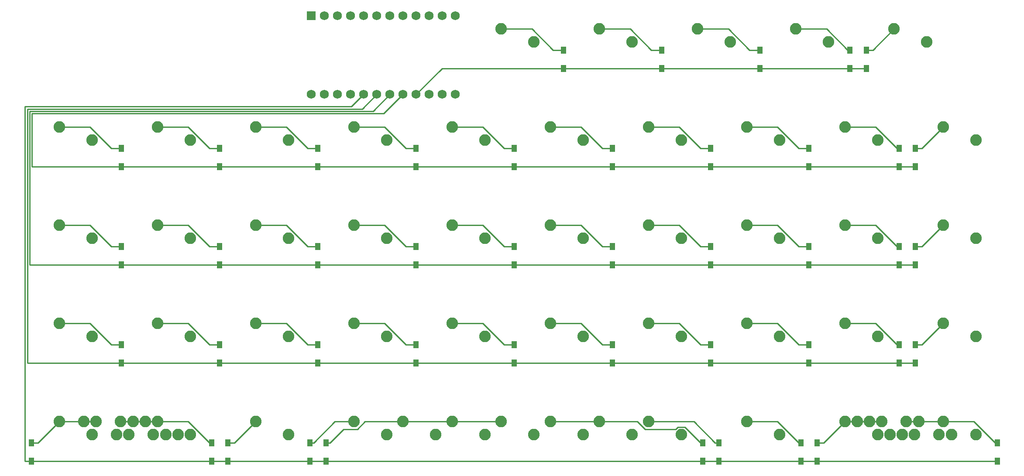
<source format=gtl>
G04 #@! TF.GenerationSoftware,KiCad,Pcbnew,(5.1.4)-1*
G04 #@! TF.CreationDate,2021-09-04T12:44:31-10:00*
G04 #@! TF.ProjectId,oya45,6f796134-352e-46b6-9963-61645f706362,rev?*
G04 #@! TF.SameCoordinates,Original*
G04 #@! TF.FileFunction,Copper,L1,Top*
G04 #@! TF.FilePolarity,Positive*
%FSLAX46Y46*%
G04 Gerber Fmt 4.6, Leading zero omitted, Abs format (unit mm)*
G04 Created by KiCad (PCBNEW (5.1.4)-1) date 2021-09-04 12:44:31*
%MOMM*%
%LPD*%
G04 APERTURE LIST*
%ADD10C,2.250000*%
%ADD11R,1.000000X1.400000*%
%ADD12R,1.752600X1.752600*%
%ADD13C,1.752600*%
%ADD14C,0.254000*%
G04 APERTURE END LIST*
D10*
X214153750Y-109220000D03*
X220503750Y-111760000D03*
X209391250Y-109220000D03*
X215741250Y-111760000D03*
X75247500Y-111760000D03*
X68897500Y-109220000D03*
X221297500Y-109220000D03*
X227647500Y-111760000D03*
X218916250Y-109220000D03*
X225266250Y-111760000D03*
X218122500Y-111760000D03*
X211772500Y-109220000D03*
X65722500Y-111760000D03*
X59372500Y-109220000D03*
X66516250Y-109220000D03*
X72866250Y-111760000D03*
X68103750Y-111760000D03*
X61753750Y-109220000D03*
X77628750Y-111760000D03*
X71278750Y-109220000D03*
X232410000Y-92710000D03*
X226060000Y-90170000D03*
X232410000Y-54610000D03*
X226060000Y-52070000D03*
X99060000Y-111760000D03*
X92710000Y-109220000D03*
X175260000Y-111760000D03*
X168910000Y-109220000D03*
X146685000Y-35560000D03*
X140335000Y-33020000D03*
D11*
X211137500Y-37118750D03*
X211137500Y-40668750D03*
X207962500Y-37118750D03*
X207962500Y-40668750D03*
X190500000Y-37118750D03*
X190500000Y-40668750D03*
X171450000Y-40668750D03*
X171450000Y-37118750D03*
X152400000Y-37118750D03*
X152400000Y-40668750D03*
X236537500Y-113318750D03*
X236537500Y-116868750D03*
X201612500Y-116868750D03*
X201612500Y-113318750D03*
X198437500Y-113318750D03*
X198437500Y-116868750D03*
X182562500Y-113318750D03*
X182562500Y-116868750D03*
X179387500Y-113318750D03*
X179387500Y-116868750D03*
X106362500Y-113318750D03*
X106362500Y-116868750D03*
X103187500Y-113318750D03*
X103187500Y-116868750D03*
X87312500Y-113318750D03*
X87312500Y-116868750D03*
X84137500Y-116868750D03*
X84137500Y-113318750D03*
X49212500Y-113318750D03*
X49212500Y-116868750D03*
X220662500Y-94268750D03*
X220662500Y-97818750D03*
X217487500Y-94268750D03*
X217487500Y-97818750D03*
X200025000Y-94268750D03*
X200025000Y-97818750D03*
X180975000Y-94268750D03*
X180975000Y-97818750D03*
X161925000Y-94268750D03*
X161925000Y-97818750D03*
X142875000Y-94268750D03*
X142875000Y-97818750D03*
X123825000Y-94268750D03*
X123825000Y-97818750D03*
X104775000Y-94268750D03*
X104775000Y-97818750D03*
X85725000Y-94268750D03*
X85725000Y-97818750D03*
X66675000Y-94268750D03*
X66675000Y-97818750D03*
X220662500Y-75218750D03*
X220662500Y-78768750D03*
X217487500Y-75218750D03*
X217487500Y-78768750D03*
X200025000Y-75218750D03*
X200025000Y-78768750D03*
X180975000Y-75218750D03*
X180975000Y-78768750D03*
X161925000Y-75218750D03*
X161925000Y-78768750D03*
X142875000Y-75218750D03*
X142875000Y-78768750D03*
X123825000Y-75218750D03*
X123825000Y-78768750D03*
X104775000Y-75218750D03*
X104775000Y-78768750D03*
X85725000Y-75218750D03*
X85725000Y-78768750D03*
X66675000Y-75218750D03*
X66675000Y-78768750D03*
X220662500Y-56168750D03*
X220662500Y-59718750D03*
X217487500Y-56168750D03*
X217487500Y-59718750D03*
X200025000Y-56168750D03*
X200025000Y-59718750D03*
X180975000Y-56168750D03*
X180975000Y-59718750D03*
X161925000Y-56168750D03*
X161925000Y-59718750D03*
X142875000Y-56168750D03*
X142875000Y-59718750D03*
X123825000Y-59718750D03*
X123825000Y-56168750D03*
X104775000Y-56168750D03*
X104775000Y-59718750D03*
X85725000Y-56168750D03*
X85725000Y-59718750D03*
X66675000Y-59718750D03*
X66675000Y-56168750D03*
D10*
X203835000Y-35560000D03*
X197485000Y-33020000D03*
X222885000Y-35560000D03*
X216535000Y-33020000D03*
D12*
X103505000Y-30480000D03*
D13*
X106045000Y-30480000D03*
X108585000Y-30480000D03*
X111125000Y-30480000D03*
X113665000Y-30480000D03*
X116205000Y-30480000D03*
X118745000Y-30480000D03*
X121285000Y-30480000D03*
X123825000Y-30480000D03*
X126365000Y-30480000D03*
X128905000Y-30480000D03*
X131445000Y-45720000D03*
X128905000Y-45720000D03*
X126365000Y-45720000D03*
X123825000Y-45720000D03*
X121285000Y-45720000D03*
X118745000Y-45720000D03*
X116205000Y-45720000D03*
X113665000Y-45720000D03*
X111125000Y-45720000D03*
X108585000Y-45720000D03*
X106045000Y-45720000D03*
X131445000Y-30480000D03*
X103505000Y-45720000D03*
D10*
X165735000Y-111760000D03*
X159385000Y-109220000D03*
X127635000Y-111760000D03*
X121285000Y-109220000D03*
X140335000Y-109220000D03*
X146685000Y-111760000D03*
X184785000Y-35560000D03*
X178435000Y-33020000D03*
X165735000Y-35560000D03*
X159385000Y-33020000D03*
X232410000Y-111760000D03*
X226060000Y-109220000D03*
X207010000Y-109220000D03*
X213360000Y-111760000D03*
X194310000Y-111760000D03*
X187960000Y-109220000D03*
X156210000Y-111760000D03*
X149860000Y-109220000D03*
X137160000Y-111760000D03*
X130810000Y-109220000D03*
X118110000Y-111760000D03*
X111760000Y-109220000D03*
X73660000Y-109220000D03*
X80010000Y-111760000D03*
X54610000Y-109220000D03*
X60960000Y-111760000D03*
X213360000Y-92710000D03*
X207010000Y-90170000D03*
X194310000Y-92710000D03*
X187960000Y-90170000D03*
X175260000Y-92710000D03*
X168910000Y-90170000D03*
X156210000Y-92710000D03*
X149860000Y-90170000D03*
X137160000Y-92710000D03*
X130810000Y-90170000D03*
X118110000Y-92710000D03*
X111760000Y-90170000D03*
X99060000Y-92710000D03*
X92710000Y-90170000D03*
X80010000Y-92710000D03*
X73660000Y-90170000D03*
X60960000Y-92710000D03*
X54610000Y-90170000D03*
X232410000Y-73660000D03*
X226060000Y-71120000D03*
X213360000Y-73660000D03*
X207010000Y-71120000D03*
X194310000Y-73660000D03*
X187960000Y-71120000D03*
X175260000Y-73660000D03*
X168910000Y-71120000D03*
X149860000Y-71120000D03*
X156210000Y-73660000D03*
X137160000Y-73660000D03*
X130810000Y-71120000D03*
X118110000Y-73660000D03*
X111760000Y-71120000D03*
X99060000Y-73660000D03*
X92710000Y-71120000D03*
X80010000Y-73660000D03*
X73660000Y-71120000D03*
X60960000Y-73660000D03*
X54610000Y-71120000D03*
X213360000Y-54610000D03*
X207010000Y-52070000D03*
X194310000Y-54610000D03*
X187960000Y-52070000D03*
X175260000Y-54610000D03*
X168910000Y-52070000D03*
X156210000Y-54610000D03*
X149860000Y-52070000D03*
X137160000Y-54610000D03*
X130810000Y-52070000D03*
X118110000Y-54610000D03*
X111760000Y-52070000D03*
X99060000Y-54610000D03*
X92710000Y-52070000D03*
X80010000Y-54610000D03*
X73660000Y-52070000D03*
X60960000Y-54610000D03*
X54610000Y-52070000D03*
D14*
X117563960Y-49441040D02*
X121285000Y-45720000D01*
X49326770Y-49441040D02*
X117563960Y-49441040D01*
X220662500Y-59718750D02*
X49326770Y-59718750D01*
X49326770Y-59718750D02*
X49326770Y-49441040D01*
X56200990Y-52070000D02*
X54610000Y-52070000D01*
X60568962Y-52070000D02*
X56200990Y-52070000D01*
X64667712Y-56168750D02*
X60568962Y-52070000D01*
X66675000Y-56168750D02*
X64667712Y-56168750D01*
X75250990Y-52070000D02*
X73660000Y-52070000D01*
X79618962Y-52070000D02*
X75250990Y-52070000D01*
X83717712Y-56168750D02*
X79618962Y-52070000D01*
X85725000Y-56168750D02*
X83717712Y-56168750D01*
X94300990Y-52070000D02*
X92710000Y-52070000D01*
X98668962Y-52070000D02*
X94300990Y-52070000D01*
X102767712Y-56168750D02*
X98668962Y-52070000D01*
X104775000Y-56168750D02*
X102767712Y-56168750D01*
X113350990Y-52070000D02*
X111760000Y-52070000D01*
X117718962Y-52070000D02*
X113350990Y-52070000D01*
X121817712Y-56168750D02*
X117718962Y-52070000D01*
X123825000Y-56168750D02*
X121817712Y-56168750D01*
X132400990Y-52070000D02*
X130810000Y-52070000D01*
X136768962Y-52070000D02*
X132400990Y-52070000D01*
X140867712Y-56168750D02*
X136768962Y-52070000D01*
X142875000Y-56168750D02*
X140867712Y-56168750D01*
X151450990Y-52070000D02*
X149860000Y-52070000D01*
X155818962Y-52070000D02*
X151450990Y-52070000D01*
X159917712Y-56168750D02*
X155818962Y-52070000D01*
X161925000Y-56168750D02*
X159917712Y-56168750D01*
X170500990Y-52070000D02*
X168910000Y-52070000D01*
X174868962Y-52070000D02*
X170500990Y-52070000D01*
X178967712Y-56168750D02*
X174868962Y-52070000D01*
X180975000Y-56168750D02*
X178967712Y-56168750D01*
X189550990Y-52070000D02*
X187960000Y-52070000D01*
X193918962Y-52070000D02*
X189550990Y-52070000D01*
X198017712Y-56168750D02*
X193918962Y-52070000D01*
X200025000Y-56168750D02*
X198017712Y-56168750D01*
X212968962Y-52070000D02*
X207010000Y-52070000D01*
X217487500Y-56168750D02*
X217067712Y-56168750D01*
X217067712Y-56168750D02*
X212968962Y-52070000D01*
X221961250Y-56168750D02*
X220662500Y-56168750D01*
X226060000Y-52070000D02*
X221961250Y-56168750D01*
X115477970Y-48987030D02*
X118745000Y-45720000D01*
X48872760Y-48987030D02*
X115477970Y-48987030D01*
X220662500Y-78768750D02*
X48872760Y-78768750D01*
X48872760Y-78768750D02*
X48872760Y-48987030D01*
X56200990Y-71120000D02*
X54610000Y-71120000D01*
X60568962Y-71120000D02*
X56200990Y-71120000D01*
X64667712Y-75218750D02*
X60568962Y-71120000D01*
X66675000Y-75218750D02*
X64667712Y-75218750D01*
X75250990Y-71120000D02*
X73660000Y-71120000D01*
X79618962Y-71120000D02*
X75250990Y-71120000D01*
X83717712Y-75218750D02*
X79618962Y-71120000D01*
X85725000Y-75218750D02*
X83717712Y-75218750D01*
X94300990Y-71120000D02*
X92710000Y-71120000D01*
X98668962Y-71120000D02*
X94300990Y-71120000D01*
X102767712Y-75218750D02*
X98668962Y-71120000D01*
X104775000Y-75218750D02*
X102767712Y-75218750D01*
X113350990Y-71120000D02*
X111760000Y-71120000D01*
X117718962Y-71120000D02*
X113350990Y-71120000D01*
X121817712Y-75218750D02*
X117718962Y-71120000D01*
X123825000Y-75218750D02*
X121817712Y-75218750D01*
X132400990Y-71120000D02*
X130810000Y-71120000D01*
X136768962Y-71120000D02*
X132400990Y-71120000D01*
X140867712Y-75218750D02*
X136768962Y-71120000D01*
X142875000Y-75218750D02*
X140867712Y-75218750D01*
X151450990Y-71120000D02*
X149860000Y-71120000D01*
X155818962Y-71120000D02*
X151450990Y-71120000D01*
X159917712Y-75218750D02*
X155818962Y-71120000D01*
X161925000Y-75218750D02*
X159917712Y-75218750D01*
X170500990Y-71120000D02*
X168910000Y-71120000D01*
X174868962Y-71120000D02*
X170500990Y-71120000D01*
X178967712Y-75218750D02*
X174868962Y-71120000D01*
X180975000Y-75218750D02*
X178967712Y-75218750D01*
X189550990Y-71120000D02*
X187960000Y-71120000D01*
X193918962Y-71120000D02*
X189550990Y-71120000D01*
X198017712Y-75218750D02*
X193918962Y-71120000D01*
X200025000Y-75218750D02*
X198017712Y-75218750D01*
X212968962Y-71120000D02*
X207010000Y-71120000D01*
X217487500Y-75218750D02*
X217067712Y-75218750D01*
X217067712Y-75218750D02*
X212968962Y-71120000D01*
X221961250Y-75218750D02*
X220662500Y-75218750D01*
X226060000Y-71120000D02*
X221961250Y-75218750D01*
X113391980Y-48533020D02*
X116205000Y-45720000D01*
X220662500Y-97818750D02*
X48418750Y-97818750D01*
X48418750Y-48533020D02*
X113391980Y-48533020D01*
X48418750Y-97818750D02*
X48418750Y-48533020D01*
X56200990Y-90170000D02*
X54610000Y-90170000D01*
X60568962Y-90170000D02*
X56200990Y-90170000D01*
X64667712Y-94268750D02*
X60568962Y-90170000D01*
X66675000Y-94268750D02*
X64667712Y-94268750D01*
X75250990Y-90170000D02*
X73660000Y-90170000D01*
X79618962Y-90170000D02*
X75250990Y-90170000D01*
X83717712Y-94268750D02*
X79618962Y-90170000D01*
X85725000Y-94268750D02*
X83717712Y-94268750D01*
X94300990Y-90170000D02*
X92710000Y-90170000D01*
X98668962Y-90170000D02*
X94300990Y-90170000D01*
X102767712Y-94268750D02*
X98668962Y-90170000D01*
X104775000Y-94268750D02*
X102767712Y-94268750D01*
X113350990Y-90170000D02*
X111760000Y-90170000D01*
X117718962Y-90170000D02*
X113350990Y-90170000D01*
X121817712Y-94268750D02*
X117718962Y-90170000D01*
X123825000Y-94268750D02*
X121817712Y-94268750D01*
X132400990Y-90170000D02*
X130810000Y-90170000D01*
X136768962Y-90170000D02*
X132400990Y-90170000D01*
X140867712Y-94268750D02*
X136768962Y-90170000D01*
X142875000Y-94268750D02*
X140867712Y-94268750D01*
X151450990Y-90170000D02*
X149860000Y-90170000D01*
X155818962Y-90170000D02*
X151450990Y-90170000D01*
X159917712Y-94268750D02*
X155818962Y-90170000D01*
X161925000Y-94268750D02*
X159917712Y-94268750D01*
X170500990Y-90170000D02*
X168910000Y-90170000D01*
X174868962Y-90170000D02*
X170500990Y-90170000D01*
X178967712Y-94268750D02*
X174868962Y-90170000D01*
X180975000Y-94268750D02*
X178967712Y-94268750D01*
X189550990Y-90170000D02*
X187960000Y-90170000D01*
X193918962Y-90170000D02*
X189550990Y-90170000D01*
X198017712Y-94268750D02*
X193918962Y-90170000D01*
X200025000Y-94268750D02*
X198017712Y-94268750D01*
X212968962Y-90170000D02*
X207010000Y-90170000D01*
X217487500Y-94268750D02*
X217067712Y-94268750D01*
X217067712Y-94268750D02*
X212968962Y-90170000D01*
X221961250Y-94268750D02*
X220662500Y-94268750D01*
X226060000Y-90170000D02*
X221961250Y-94268750D01*
X111305990Y-48079010D02*
X113665000Y-45720000D01*
X47964740Y-48079010D02*
X111305990Y-48079010D01*
X47964740Y-48079010D02*
X47964740Y-116866139D01*
X235780889Y-116866139D02*
X47977010Y-116866139D01*
X236537500Y-116868750D02*
X235783500Y-116868750D01*
X235783500Y-116868750D02*
X235780889Y-116866139D01*
X50511250Y-113318750D02*
X49212500Y-113318750D01*
X54610000Y-109220000D02*
X50511250Y-113318750D01*
X56200990Y-109220000D02*
X61753750Y-109220000D01*
X54610000Y-109220000D02*
X56200990Y-109220000D01*
X66516250Y-109220000D02*
X73660000Y-109220000D01*
X75250990Y-109220000D02*
X73660000Y-109220000D01*
X79618962Y-109220000D02*
X75250990Y-109220000D01*
X83717712Y-113318750D02*
X79618962Y-109220000D01*
X84137500Y-113318750D02*
X83717712Y-113318750D01*
X88611250Y-113318750D02*
X87312500Y-113318750D01*
X92710000Y-109220000D02*
X88611250Y-113318750D01*
X110169010Y-109220000D02*
X111760000Y-109220000D01*
X108040250Y-109220000D02*
X110169010Y-109220000D01*
X103941500Y-113318750D02*
X108040250Y-109220000D01*
X103187500Y-113318750D02*
X103941500Y-113318750D01*
X140335000Y-109220000D02*
X121285000Y-109220000D01*
X106362500Y-113318750D02*
X107116500Y-113318750D01*
X107116500Y-113318750D02*
X109763249Y-110672001D01*
X112456961Y-110672001D02*
X109763249Y-110672001D01*
X113908962Y-109220000D02*
X112456961Y-110672001D01*
X121285000Y-109220000D02*
X113908962Y-109220000D01*
X151450990Y-109220000D02*
X159385000Y-109220000D01*
X149860000Y-109220000D02*
X151450990Y-109220000D01*
X178967712Y-113318750D02*
X179387500Y-113318750D01*
X174199037Y-110672001D02*
X174563039Y-110307999D01*
X174563039Y-110307999D02*
X175956961Y-110307999D01*
X175956961Y-110307999D02*
X178967712Y-113318750D01*
X168213039Y-110672001D02*
X174199037Y-110672001D01*
X159385000Y-109220000D02*
X166761038Y-109220000D01*
X166761038Y-109220000D02*
X168213039Y-110672001D01*
X182562500Y-113318750D02*
X181808500Y-113318750D01*
X181808500Y-113318750D02*
X177709750Y-109220000D01*
X170500990Y-109220000D02*
X168910000Y-109220000D01*
X177709750Y-109220000D02*
X170500990Y-109220000D01*
X193918962Y-109220000D02*
X187960000Y-109220000D01*
X198437500Y-113318750D02*
X198017712Y-113318750D01*
X198017712Y-113318750D02*
X193918962Y-109220000D01*
X202911250Y-113318750D02*
X201612500Y-113318750D01*
X207010000Y-109220000D02*
X202911250Y-113318750D01*
X207010000Y-109220000D02*
X214153750Y-109220000D01*
X218916250Y-109220000D02*
X226060000Y-109220000D01*
X227650990Y-109220000D02*
X226060000Y-109220000D01*
X232018962Y-109220000D02*
X227650990Y-109220000D01*
X236117712Y-113318750D02*
X232018962Y-109220000D01*
X236537500Y-113318750D02*
X236117712Y-113318750D01*
X128876250Y-40668750D02*
X123825000Y-45720000D01*
X211137500Y-40668750D02*
X128876250Y-40668750D01*
X141925990Y-33020000D02*
X140335000Y-33020000D01*
X146293962Y-33020000D02*
X141925990Y-33020000D01*
X150392712Y-37118750D02*
X146293962Y-33020000D01*
X152400000Y-37118750D02*
X150392712Y-37118750D01*
X160975990Y-33020000D02*
X159385000Y-33020000D01*
X165343962Y-33020000D02*
X160975990Y-33020000D01*
X169442712Y-37118750D02*
X165343962Y-33020000D01*
X171450000Y-37118750D02*
X169442712Y-37118750D01*
X180025990Y-33020000D02*
X178435000Y-33020000D01*
X184393962Y-33020000D02*
X180025990Y-33020000D01*
X188492712Y-37118750D02*
X184393962Y-33020000D01*
X190500000Y-37118750D02*
X188492712Y-37118750D01*
X203443962Y-33020000D02*
X197485000Y-33020000D01*
X207962500Y-37118750D02*
X207542712Y-37118750D01*
X207542712Y-37118750D02*
X203443962Y-33020000D01*
X212436250Y-37118750D02*
X211137500Y-37118750D01*
X216535000Y-33020000D02*
X212436250Y-37118750D01*
M02*

</source>
